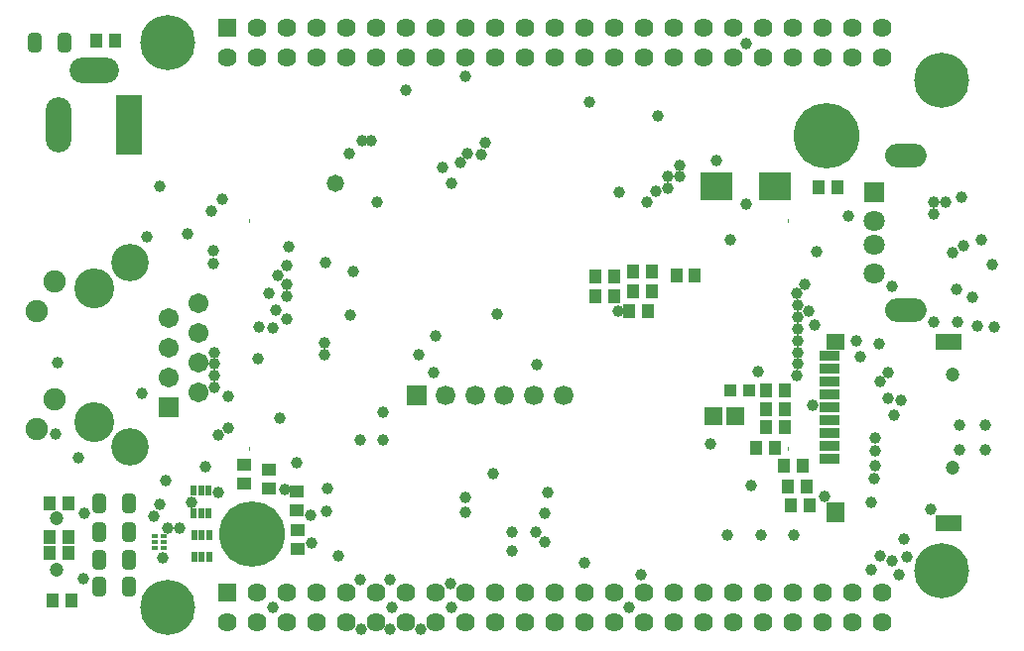
<source format=gbs>
%FSLAX43Y43*%
%MOMM*%
G71*
G01*
G75*
G04 Layer_Color=16711935*
%ADD10C,0.254*%
%ADD11R,0.813X0.914*%
%ADD12R,1.000X0.900*%
%ADD13R,1.300X1.400*%
%ADD14O,1.200X0.250*%
%ADD15R,0.400X1.600*%
%ADD16O,0.400X1.600*%
%ADD17R,1.890X1.570*%
%ADD18R,0.914X0.813*%
%ADD19R,0.900X1.000*%
%ADD20R,0.800X0.800*%
%ADD21R,2.000X1.450*%
%ADD22R,1.200X0.250*%
%ADD23R,0.900X0.400*%
%ADD24R,4.000X2.050*%
%ADD25R,2.300X0.500*%
%ADD26R,3.500X2.050*%
%ADD27R,1.400X1.300*%
%ADD28R,2.400X3.300*%
%ADD29R,2.400X0.950*%
%ADD30R,1.700X0.600*%
%ADD31R,1.000X1.000*%
%ADD32R,0.600X1.700*%
%ADD33R,1.000X1.000*%
%ADD34C,0.200*%
%ADD35C,0.400*%
%ADD36C,0.500*%
%ADD37C,0.800*%
%ADD38C,1.000*%
%ADD39C,0.508*%
%ADD40R,1.700X2.100*%
%ADD41C,4.500*%
%ADD42R,1.420X1.420*%
%ADD43C,1.420*%
%ADD44C,1.600*%
%ADD45R,1.600X1.600*%
%ADD46O,3.340X1.800*%
%ADD47C,5.500*%
%ADD48C,1.000*%
%ADD49O,2.000X4.500*%
%ADD50R,2.000X5.000*%
%ADD51O,4.000X2.000*%
%ADD52C,1.700*%
%ADD53C,3.200*%
%ADD54C,3.000*%
%ADD55R,1.500X1.500*%
%ADD56C,1.500*%
%ADD57C,1.480*%
%ADD58R,1.480X1.480*%
%ADD59C,1.270*%
%ADD60C,0.800*%
G04:AMPARAMS|DCode=61|XSize=1mm|YSize=1.5mm|CornerRadius=0.25mm|HoleSize=0mm|Usage=FLASHONLY|Rotation=0.000|XOffset=0mm|YOffset=0mm|HoleType=Round|Shape=RoundedRectangle|*
%AMROUNDEDRECTD61*
21,1,1.000,1.000,0,0,0.0*
21,1,0.500,1.500,0,0,0.0*
1,1,0.500,0.250,-0.500*
1,1,0.500,-0.250,-0.500*
1,1,0.500,-0.250,0.500*
1,1,0.500,0.250,0.500*
%
%ADD61ROUNDEDRECTD61*%
%ADD62R,2.600X2.200*%
%ADD63R,0.400X0.650*%
%ADD64R,0.520X0.300*%
%ADD65R,2.200X1.200*%
%ADD66R,1.400X1.600*%
%ADD67R,1.400X1.200*%
%ADD68R,1.600X0.700*%
%ADD69C,0.305*%
%ADD70R,1.700X1.600*%
%ADD71C,0.250*%
%ADD72C,0.100*%
%ADD73C,0.120*%
%ADD74C,0.300*%
%ADD75R,1.016X1.118*%
%ADD76R,1.203X1.103*%
%ADD77R,1.503X1.603*%
%ADD78O,1.300X0.350*%
%ADD79R,0.603X1.803*%
%ADD80O,0.603X1.803*%
%ADD81R,2.093X1.773*%
%ADD82R,1.118X1.016*%
%ADD83R,1.103X1.203*%
%ADD84R,1.003X1.003*%
%ADD85R,2.040X1.490*%
%ADD86R,1.240X0.290*%
%ADD87R,1.000X0.500*%
%ADD88R,4.203X2.253*%
%ADD89R,2.503X0.703*%
%ADD90R,3.703X2.253*%
%ADD91R,1.603X1.503*%
%ADD92R,2.603X3.503*%
%ADD93R,2.603X1.153*%
%ADD94R,1.903X0.803*%
%ADD95R,1.203X1.203*%
%ADD96R,0.803X1.903*%
%ADD97R,1.203X1.203*%
%ADD98C,4.703*%
%ADD99R,1.623X1.623*%
%ADD100C,1.623*%
%ADD101C,1.803*%
%ADD102R,1.803X1.803*%
%ADD103O,3.543X2.003*%
%ADD104R,0.040X0.290*%
%ADD105C,5.600*%
%ADD106C,1.203*%
%ADD107O,2.203X4.703*%
%ADD108R,2.203X5.203*%
%ADD109O,4.203X2.203*%
%ADD110C,1.903*%
%ADD111C,3.403*%
%ADD112C,3.203*%
%ADD113R,1.703X1.703*%
%ADD114C,1.703*%
%ADD115C,1.683*%
%ADD116R,1.683X1.683*%
%ADD117C,1.473*%
%ADD118C,1.003*%
G04:AMPARAMS|DCode=119|XSize=1.203mm|YSize=1.703mm|CornerRadius=0.352mm|HoleSize=0mm|Usage=FLASHONLY|Rotation=0.000|XOffset=0mm|YOffset=0mm|HoleType=Round|Shape=RoundedRectangle|*
%AMROUNDEDRECTD119*
21,1,1.203,1.000,0,0,0.0*
21,1,0.500,1.703,0,0,0.0*
1,1,0.703,0.250,-0.500*
1,1,0.703,-0.250,-0.500*
1,1,0.703,-0.250,0.500*
1,1,0.703,0.250,0.500*
%
%ADD119ROUNDEDRECTD119*%
%ADD120R,2.803X2.403*%
%ADD121R,0.603X0.853*%
%ADD122R,0.620X0.400*%
%ADD123R,2.327X1.327*%
%ADD124R,1.527X1.727*%
%ADD125R,1.527X1.327*%
%ADD126R,1.728X0.828*%
%ADD127R,1.727X0.827*%
D75*
X126798Y76818D02*
D03*
X125224D02*
D03*
D76*
X88240Y66612D02*
D03*
Y68212D02*
D03*
X88290Y63310D02*
D03*
Y64910D02*
D03*
X85877Y68466D02*
D03*
Y70066D02*
D03*
X83725Y68925D02*
D03*
Y70525D02*
D03*
D77*
X125611Y74618D02*
D03*
X123811D02*
D03*
D83*
X116611Y83618D02*
D03*
X118211D02*
D03*
X116911Y85318D02*
D03*
X118511D02*
D03*
X113711Y84918D02*
D03*
X115311D02*
D03*
X120611Y86718D02*
D03*
X122211D02*
D03*
X116911Y87018D02*
D03*
X118511D02*
D03*
X113711Y86618D02*
D03*
X115311D02*
D03*
X128311Y76818D02*
D03*
X129911D02*
D03*
X130411Y67018D02*
D03*
X132011D02*
D03*
X72733Y106756D02*
D03*
X71133D02*
D03*
X67405Y58873D02*
D03*
X69005D02*
D03*
X67145Y62941D02*
D03*
X68745D02*
D03*
X67120Y64364D02*
D03*
X68720D02*
D03*
X67155Y67248D02*
D03*
X68755D02*
D03*
X130111Y68618D02*
D03*
X131711D02*
D03*
X129811Y70418D02*
D03*
X131411D02*
D03*
X127411Y71918D02*
D03*
X129011D02*
D03*
X128311Y73718D02*
D03*
X129911D02*
D03*
X128311Y75218D02*
D03*
X129911D02*
D03*
X134400Y94200D02*
D03*
X132800D02*
D03*
D98*
X143256Y103378D02*
D03*
Y61468D02*
D03*
X77216Y106553D02*
D03*
Y58293D02*
D03*
D99*
X82296Y59563D02*
D03*
Y107823D02*
D03*
D100*
X84836Y59563D02*
D03*
X87376D02*
D03*
X89916D02*
D03*
X92456D02*
D03*
X94996D02*
D03*
X97536D02*
D03*
X100076D02*
D03*
X102616D02*
D03*
X105156D02*
D03*
X107696D02*
D03*
X110236D02*
D03*
X112776D02*
D03*
X115316D02*
D03*
X117856D02*
D03*
X120396D02*
D03*
X122936D02*
D03*
X125476D02*
D03*
X128016D02*
D03*
X130556D02*
D03*
X133096D02*
D03*
X135636D02*
D03*
X138176D02*
D03*
X82296Y57023D02*
D03*
X84836D02*
D03*
X87376D02*
D03*
X89916D02*
D03*
X92456D02*
D03*
X94996D02*
D03*
X97536D02*
D03*
X100076D02*
D03*
X102616D02*
D03*
X105156D02*
D03*
X107696D02*
D03*
X110236D02*
D03*
X112776D02*
D03*
X115316D02*
D03*
X117856D02*
D03*
X120396D02*
D03*
X122936D02*
D03*
X125476D02*
D03*
X128016D02*
D03*
X130556D02*
D03*
X133096D02*
D03*
X135636D02*
D03*
X138176D02*
D03*
X84836Y107823D02*
D03*
X87376D02*
D03*
X89916D02*
D03*
X92456D02*
D03*
X94996D02*
D03*
X97536D02*
D03*
X100076D02*
D03*
X102616D02*
D03*
X105156D02*
D03*
X107696D02*
D03*
X110236D02*
D03*
X112776D02*
D03*
X115316D02*
D03*
X117856D02*
D03*
X120396D02*
D03*
X122936D02*
D03*
X125476D02*
D03*
X128016D02*
D03*
X130556D02*
D03*
X133096D02*
D03*
X135636D02*
D03*
X138176D02*
D03*
X82296Y105283D02*
D03*
X84836D02*
D03*
X87376D02*
D03*
X89916D02*
D03*
X92456D02*
D03*
X94996D02*
D03*
X97536D02*
D03*
X100076D02*
D03*
X102616D02*
D03*
X105156D02*
D03*
X107696D02*
D03*
X110236D02*
D03*
X112776D02*
D03*
X115316D02*
D03*
X117856D02*
D03*
X120396D02*
D03*
X122936D02*
D03*
X125476D02*
D03*
X128016D02*
D03*
X130556D02*
D03*
X133096D02*
D03*
X135636D02*
D03*
X138176D02*
D03*
D101*
X137490Y89323D02*
D03*
X137490Y86823D02*
D03*
X137490Y91323D02*
D03*
D102*
Y93823D02*
D03*
D103*
X140200Y96893D02*
D03*
Y83753D02*
D03*
D104*
X130250Y71850D02*
D03*
Y91350D02*
D03*
X84250Y71850D02*
D03*
Y91350D02*
D03*
D105*
X133400Y98600D02*
D03*
X84400Y64600D02*
D03*
D106*
X67730Y61499D02*
D03*
Y65899D02*
D03*
X144211Y78198D02*
D03*
Y70218D02*
D03*
D107*
X67914Y99517D02*
D03*
D108*
X73914D02*
D03*
D109*
X70914Y104217D02*
D03*
D110*
X67556Y86203D02*
D03*
X66036Y73553D02*
D03*
X67556Y76093D02*
D03*
X66036Y83663D02*
D03*
D111*
X70936Y74163D02*
D03*
Y85593D02*
D03*
D112*
X73986Y87753D02*
D03*
Y72003D02*
D03*
D113*
X77286Y75433D02*
D03*
D114*
X79826Y84323D02*
D03*
X77286Y83053D02*
D03*
X79826Y81783D02*
D03*
X77286Y80513D02*
D03*
X79826Y79243D02*
D03*
X77286Y77973D02*
D03*
X79826Y76703D02*
D03*
D115*
X110961Y76418D02*
D03*
X108461D02*
D03*
X105961D02*
D03*
X103461D02*
D03*
X100961D02*
D03*
D116*
X98461D02*
D03*
D117*
X91516Y94564D02*
D03*
D118*
X84887Y79604D02*
D03*
X78211Y65118D02*
D03*
X77211D02*
D03*
X145111Y89236D02*
D03*
X144211Y88618D02*
D03*
X144511Y85518D02*
D03*
X139211Y74718D02*
D03*
X138711Y76218D02*
D03*
X139811Y76018D02*
D03*
X136311Y79718D02*
D03*
X138011Y77618D02*
D03*
X138711Y78418D02*
D03*
X137911Y80818D02*
D03*
X137611Y72818D02*
D03*
Y71718D02*
D03*
X130911Y78118D02*
D03*
X131011Y79118D02*
D03*
X132211Y75618D02*
D03*
X136005Y81118D02*
D03*
X137511Y69318D02*
D03*
X142311Y66718D02*
D03*
X144811Y73918D02*
D03*
X147601Y87638D02*
D03*
X144991Y93348D02*
D03*
X139051Y85768D02*
D03*
X146321Y82358D02*
D03*
X145921Y84778D02*
D03*
X87418Y87525D02*
D03*
X78911Y90218D02*
D03*
X75411Y90018D02*
D03*
X69611Y71118D02*
D03*
X67611Y73118D02*
D03*
X67818Y79223D02*
D03*
X76511Y67118D02*
D03*
X79211Y67318D02*
D03*
X98811Y56418D02*
D03*
X96211D02*
D03*
X93711D02*
D03*
X101311Y60318D02*
D03*
X95611Y75018D02*
D03*
X108711Y79018D02*
D03*
X95611Y72618D02*
D03*
X93611D02*
D03*
X75011Y76618D02*
D03*
X147011Y71818D02*
D03*
Y73918D02*
D03*
X126611Y92818D02*
D03*
X115711Y93818D02*
D03*
X102611Y66418D02*
D03*
Y67718D02*
D03*
X109611Y68118D02*
D03*
X86211Y58318D02*
D03*
X96311D02*
D03*
X124011Y96518D02*
D03*
X143611Y92918D02*
D03*
X142611D02*
D03*
X127611Y78500D02*
D03*
X127011Y68718D02*
D03*
X123517Y72307D02*
D03*
X116611Y58318D02*
D03*
X117611Y61118D02*
D03*
X125011Y64518D02*
D03*
X127811D02*
D03*
X130611D02*
D03*
X140311Y62618D02*
D03*
X144811Y71818D02*
D03*
X147711Y82318D02*
D03*
X144611Y82718D02*
D03*
X142611D02*
D03*
Y91918D02*
D03*
X135311Y91718D02*
D03*
X90711Y87818D02*
D03*
X87511Y89100D02*
D03*
X92711Y97118D02*
D03*
X95111Y92918D02*
D03*
X93011Y87018D02*
D03*
X86211Y82218D02*
D03*
X70028Y60782D02*
D03*
X70079Y66319D02*
D03*
X88211Y70718D02*
D03*
X82411Y73618D02*
D03*
X99950Y78379D02*
D03*
X119911Y94118D02*
D03*
X120911Y95118D02*
D03*
X119901Y95118D02*
D03*
X118111Y92918D02*
D03*
X118911Y93918D02*
D03*
X120911Y96118D02*
D03*
X93811Y98218D02*
D03*
X94611D02*
D03*
X102811Y97118D02*
D03*
X132611Y88718D02*
D03*
X131939Y83619D02*
D03*
X131011Y82118D02*
D03*
X132461Y82418D02*
D03*
X131011Y83118D02*
D03*
X131536Y85918D02*
D03*
X130886Y85143D02*
D03*
X131011Y84118D02*
D03*
Y80118D02*
D03*
Y81118D02*
D03*
X105011Y69718D02*
D03*
X91811Y62718D02*
D03*
X101411Y58318D02*
D03*
X93611Y60718D02*
D03*
X80411Y70318D02*
D03*
X140011Y64118D02*
D03*
X139011Y62318D02*
D03*
X76811Y62518D02*
D03*
X76011Y66118D02*
D03*
X86811Y74518D02*
D03*
X81111Y87718D02*
D03*
Y88818D02*
D03*
X97511Y102518D02*
D03*
X101411Y94518D02*
D03*
X87411Y84918D02*
D03*
X86411Y83718D02*
D03*
X113211Y101518D02*
D03*
X82411Y76318D02*
D03*
X81211Y77118D02*
D03*
Y78118D02*
D03*
Y79118D02*
D03*
Y80118D02*
D03*
X98611Y79918D02*
D03*
X100111Y81518D02*
D03*
X90611Y80918D02*
D03*
Y79918D02*
D03*
X126611Y106518D02*
D03*
X89383Y66167D02*
D03*
X90811Y68518D02*
D03*
X96211Y60718D02*
D03*
X106611Y64718D02*
D03*
Y63118D02*
D03*
X109411Y66318D02*
D03*
X108611Y64718D02*
D03*
X109411Y63918D02*
D03*
X112811Y62118D02*
D03*
X139611Y61118D02*
D03*
X80911Y92218D02*
D03*
X81911Y93218D02*
D03*
X125211Y89718D02*
D03*
X146611D02*
D03*
X92811Y83318D02*
D03*
X137211Y61518D02*
D03*
X86611Y86718D02*
D03*
X85011Y82318D02*
D03*
X85811Y85118D02*
D03*
X87411Y82918D02*
D03*
X87411Y85918D02*
D03*
X77011Y69118D02*
D03*
X119011Y100318D02*
D03*
X138011Y62718D02*
D03*
X137211Y67318D02*
D03*
X81511Y73018D02*
D03*
X102611Y103718D02*
D03*
X104011Y97018D02*
D03*
X100711Y95918D02*
D03*
X102211Y96318D02*
D03*
X104311Y98018D02*
D03*
X105308Y83337D02*
D03*
X115672Y83617D02*
D03*
X90780Y66548D02*
D03*
X89459Y63856D02*
D03*
X87198Y68351D02*
D03*
X81559Y68123D02*
D03*
X76556Y94336D02*
D03*
X137566Y70409D02*
D03*
X133299Y67818D02*
D03*
D119*
X65877Y106553D02*
D03*
X68377D02*
D03*
X73900Y60100D02*
D03*
X71400D02*
D03*
X73900Y62375D02*
D03*
X71400D02*
D03*
X73900Y64750D02*
D03*
X71400D02*
D03*
X73900Y67175D02*
D03*
X71400D02*
D03*
D120*
X129025Y94300D02*
D03*
X124025D02*
D03*
D121*
X79480Y62598D02*
D03*
X80130D02*
D03*
X80780D02*
D03*
Y64498D02*
D03*
X80130D02*
D03*
X79480D02*
D03*
X79405Y66373D02*
D03*
X80055D02*
D03*
X80705D02*
D03*
Y68273D02*
D03*
X80055D02*
D03*
X79405D02*
D03*
D122*
X76850Y63425D02*
D03*
X76110D02*
D03*
Y63925D02*
D03*
Y64425D02*
D03*
X76850Y63925D02*
D03*
Y64425D02*
D03*
D123*
X143811Y65518D02*
D03*
Y81018D02*
D03*
D124*
X134211Y66418D02*
D03*
D125*
Y81018D02*
D03*
D126*
X133711Y72118D02*
D03*
Y71018D02*
D03*
Y73218D02*
D03*
Y74318D02*
D03*
Y75418D02*
D03*
Y76518D02*
D03*
Y77618D02*
D03*
Y78718D02*
D03*
D127*
Y79818D02*
D03*
M02*

</source>
